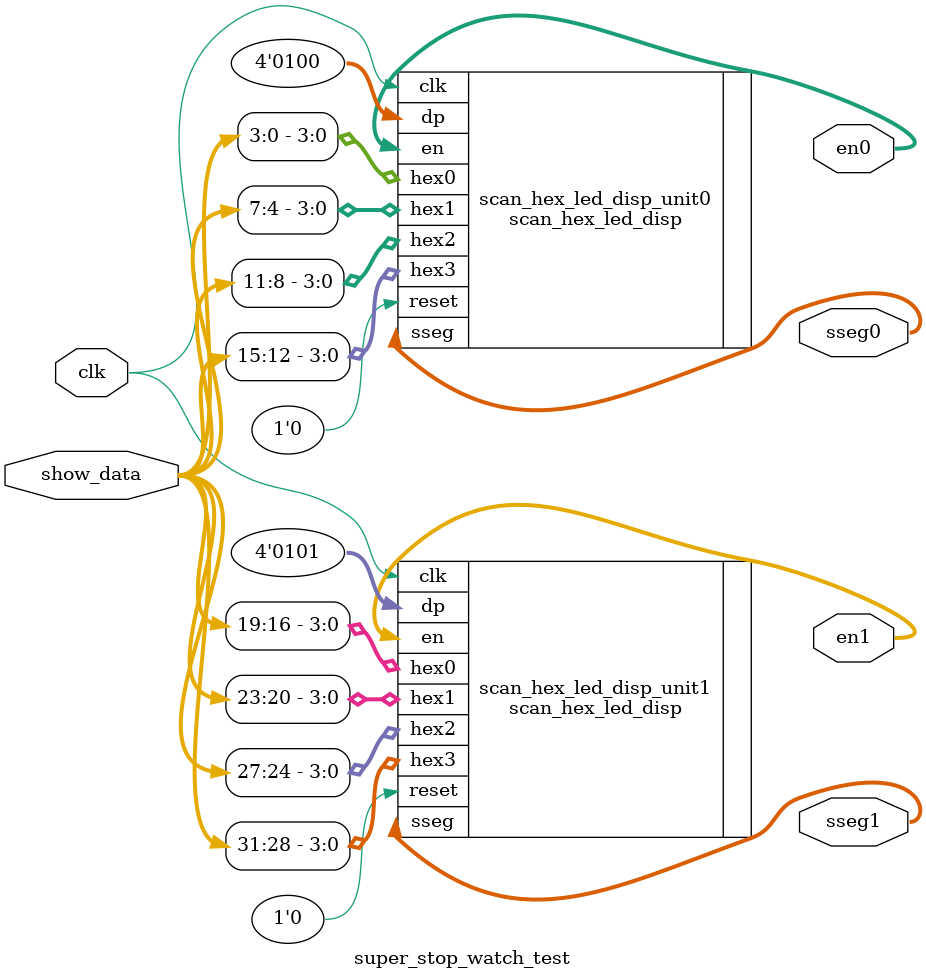
<source format=v>
 /* this program is a interface of seven segments LED
    Copyright (C) 2018 IdlessChaye

    This program is free software; you can redistribute it and/or modify
    it under the terms of the GNU General Public License as published by
    the Free Software Foundation; either version 2 of the License, or
    (at your option) any later version.

    This program is distributed in the hope that it will be useful,
    but WITHOUT ANY WARRANTY; without even the implied warranty of
    MERCHANTABILITY or FITNESS FOR A PARTICULAR PURPOSE.  See the
    GNU General Public License for more details.

    You should have received a copy of the GNU General Public License along
    with this program; if not, write to the Free Software Foundation, Inc.,
    51 Franklin Street, Fifth Floor, Boston, MA 02110-1301 USA.
*/


`timescale 1ns / 1ns
module super_stop_watch_test(
        output[3:0] en0,en1,
        output[7:0] sseg0,sseg1,
        input[31:0] show_data,
        input clk
    );
    
    scan_hex_led_disp scan_hex_led_disp_unit0 (
        .clk(clk),.reset(1'b0),
        .hex3(show_data[15:12]),.hex2(show_data[11:8]),.hex1(show_data[7:4]),.hex0(show_data[3:0]),
        .dp(4'b0100),.en(en0),.sseg(sseg0)
    );
    scan_hex_led_disp scan_hex_led_disp_unit1 (
        .clk(clk),.reset(1'b0),
        .hex3(show_data[31:28]),.hex2(show_data[27:24]),.hex1(show_data[23:20]),.hex0(show_data[19:16]),
        .dp(4'b0101),.en(en1),.sseg(sseg1)
    );
endmodule
</source>
